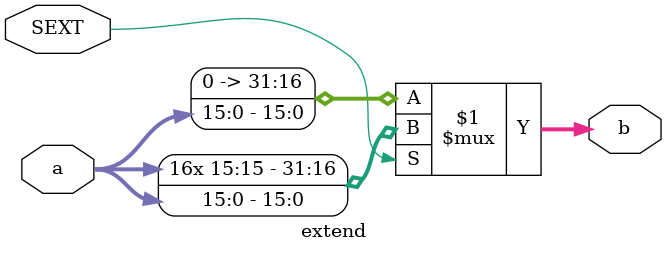
<source format=v>
`timescale 1ns / 1ps


module extend #(
    parameter WIDTH = 16  // Ä¬ÈÏÎ»¿íÎª16Î»
)(
    input [WIDTH - 1:0] a,
    input SEXT ,
    output [31:0] b
);
    // ¸ù¾ÝSEXT²ÎÊýÑ¡Ôñ·ûºÅÀ©Õ¹»¹ÊÇÁãÀ©Õ¹
    assign b = SEXT ? {{(32 - WIDTH){a[WIDTH - 1]}}, a} : {{(32 - WIDTH){1'b0}}, a};
endmodule


</source>
